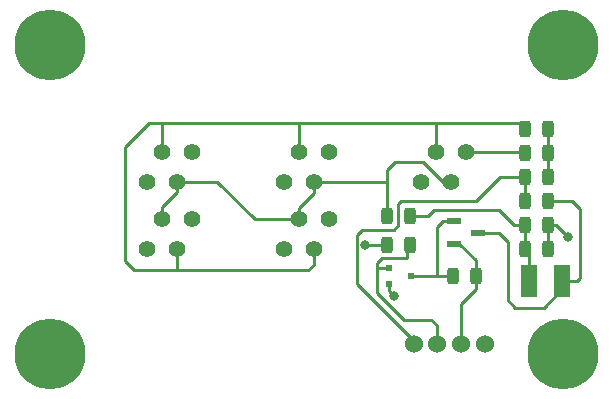
<source format=gtl>
G04 #@! TF.GenerationSoftware,KiCad,Pcbnew,6.0.5-a6ca702e91~116~ubuntu20.04.1*
G04 #@! TF.CreationDate,2022-05-16T19:37:38+02:00*
G04 #@! TF.ProjectId,1w-grove-v0.1,31772d67-726f-4766-952d-76302e312e6b,rev?*
G04 #@! TF.SameCoordinates,Original*
G04 #@! TF.FileFunction,Copper,L1,Top*
G04 #@! TF.FilePolarity,Positive*
%FSLAX46Y46*%
G04 Gerber Fmt 4.6, Leading zero omitted, Abs format (unit mm)*
G04 Created by KiCad (PCBNEW 6.0.5-a6ca702e91~116~ubuntu20.04.1) date 2022-05-16 19:37:38*
%MOMM*%
%LPD*%
G01*
G04 APERTURE LIST*
G04 Aperture macros list*
%AMRoundRect*
0 Rectangle with rounded corners*
0 $1 Rounding radius*
0 $2 $3 $4 $5 $6 $7 $8 $9 X,Y pos of 4 corners*
0 Add a 4 corners polygon primitive as box body*
4,1,4,$2,$3,$4,$5,$6,$7,$8,$9,$2,$3,0*
0 Add four circle primitives for the rounded corners*
1,1,$1+$1,$2,$3*
1,1,$1+$1,$4,$5*
1,1,$1+$1,$6,$7*
1,1,$1+$1,$8,$9*
0 Add four rect primitives between the rounded corners*
20,1,$1+$1,$2,$3,$4,$5,0*
20,1,$1+$1,$4,$5,$6,$7,0*
20,1,$1+$1,$6,$7,$8,$9,0*
20,1,$1+$1,$8,$9,$2,$3,0*%
G04 Aperture macros list end*
G04 #@! TA.AperFunction,ComponentPad*
%ADD10C,6.000000*%
G04 #@! TD*
G04 #@! TA.AperFunction,SMDPad,CuDef*
%ADD11RoundRect,0.243750X0.243750X0.456250X-0.243750X0.456250X-0.243750X-0.456250X0.243750X-0.456250X0*%
G04 #@! TD*
G04 #@! TA.AperFunction,SMDPad,CuDef*
%ADD12RoundRect,0.243750X-0.243750X-0.456250X0.243750X-0.456250X0.243750X0.456250X-0.243750X0.456250X0*%
G04 #@! TD*
G04 #@! TA.AperFunction,SMDPad,CuDef*
%ADD13R,0.550000X0.600000*%
G04 #@! TD*
G04 #@! TA.AperFunction,SMDPad,CuDef*
%ADD14R,1.300000X0.600000*%
G04 #@! TD*
G04 #@! TA.AperFunction,ComponentPad*
%ADD15C,1.397000*%
G04 #@! TD*
G04 #@! TA.AperFunction,SMDPad,CuDef*
%ADD16R,1.370000X2.720000*%
G04 #@! TD*
G04 #@! TA.AperFunction,ComponentPad*
%ADD17C,1.524000*%
G04 #@! TD*
G04 #@! TA.AperFunction,ViaPad*
%ADD18C,0.800000*%
G04 #@! TD*
G04 #@! TA.AperFunction,Conductor*
%ADD19C,0.250000*%
G04 #@! TD*
G04 APERTURE END LIST*
D10*
X53300000Y-53300000D03*
X53300000Y-79502000D03*
X96700000Y-53300000D03*
X96700000Y-79500000D03*
D11*
X95425500Y-62484000D03*
X93550500Y-62484000D03*
D12*
X93550500Y-68580000D03*
X95425500Y-68580000D03*
D13*
X82006000Y-72248000D03*
X82006000Y-73548000D03*
X83856000Y-72898000D03*
D14*
X87469000Y-68265000D03*
X87469000Y-70165000D03*
X89569000Y-69215000D03*
D12*
X81866500Y-70231000D03*
X83741500Y-70231000D03*
X87454500Y-72898000D03*
X89329500Y-72898000D03*
X93550500Y-66548000D03*
X95425500Y-66548000D03*
X93550500Y-64516000D03*
X95425500Y-64516000D03*
D11*
X95425500Y-60452000D03*
X93550500Y-60452000D03*
X83741500Y-67818000D03*
X81866500Y-67818000D03*
D15*
X76905000Y-62357000D03*
X75635000Y-64897000D03*
X74365000Y-62357000D03*
X73095000Y-64897000D03*
X88505000Y-62357000D03*
X87235000Y-64897000D03*
X85965000Y-62357000D03*
X84695000Y-64897000D03*
X61495000Y-70613000D03*
X62765000Y-68073000D03*
X64035000Y-70613000D03*
X65305000Y-68073000D03*
D16*
X93829000Y-73279000D03*
X96671000Y-73279000D03*
D15*
X65305000Y-62357000D03*
X64035000Y-64897000D03*
X62765000Y-62357000D03*
X61495000Y-64897000D03*
D17*
X84097000Y-78619000D03*
X86097000Y-78619000D03*
X88097000Y-78619000D03*
X90097000Y-78619000D03*
D11*
X95425500Y-70612000D03*
X93550500Y-70612000D03*
D15*
X73095000Y-70613000D03*
X74365000Y-68073000D03*
X75635000Y-70613000D03*
X76905000Y-68073000D03*
D18*
X80010000Y-70231000D03*
X82423000Y-74549000D03*
X97155000Y-69596000D03*
D19*
X86548000Y-68265000D02*
X86106000Y-68707000D01*
X83856000Y-72898000D02*
X86106000Y-72898000D01*
X86106000Y-68707000D02*
X86106000Y-72898000D01*
X87469000Y-68265000D02*
X86548000Y-68265000D01*
X86106000Y-72898000D02*
X87454500Y-72898000D01*
X95425500Y-64516000D02*
X95425500Y-60452000D01*
X85852000Y-67310000D02*
X91313000Y-67310000D01*
X93550500Y-70612000D02*
X93829000Y-70890500D01*
X92583000Y-68580000D02*
X93550500Y-68580000D01*
X83741500Y-67818000D02*
X85344000Y-67818000D01*
X93829000Y-70890500D02*
X93829000Y-73279000D01*
X91313000Y-67310000D02*
X92583000Y-68580000D01*
X93550500Y-68580000D02*
X93550500Y-70612000D01*
X85344000Y-67818000D02*
X85852000Y-67310000D01*
X96671000Y-73279000D02*
X97917000Y-73279000D01*
X97536000Y-66548000D02*
X95425500Y-66548000D01*
X92075000Y-69977000D02*
X92075000Y-74930000D01*
X95123000Y-75565000D02*
X96671000Y-74017000D01*
X97917000Y-73279000D02*
X98171000Y-73025000D01*
X89569000Y-69215000D02*
X91313000Y-69215000D01*
X91313000Y-69215000D02*
X92075000Y-69977000D01*
X98171000Y-73025000D02*
X98171000Y-67183000D01*
X92075000Y-74930000D02*
X92710000Y-75565000D01*
X98171000Y-67183000D02*
X97536000Y-66548000D01*
X96671000Y-74017000D02*
X96671000Y-73279000D01*
X92710000Y-75565000D02*
X95123000Y-75565000D01*
X82550000Y-63246000D02*
X81866500Y-63929500D01*
X62765000Y-68073000D02*
X62765000Y-67029000D01*
X67437000Y-64897000D02*
X70613000Y-68073000D01*
X87235000Y-64897000D02*
X86550500Y-64897000D01*
X62765000Y-67029000D02*
X64035000Y-65759000D01*
X81866500Y-63929500D02*
X81866500Y-67818000D01*
X75635000Y-65843000D02*
X75635000Y-64897000D01*
X84899500Y-63246000D02*
X82550000Y-63246000D01*
X74365000Y-67113000D02*
X75635000Y-65843000D01*
X75635000Y-64897000D02*
X81788000Y-64897000D01*
X64035000Y-65759000D02*
X64035000Y-64897000D01*
X64035000Y-64897000D02*
X67437000Y-64897000D01*
X70613000Y-68073000D02*
X74365000Y-68073000D01*
X74365000Y-68073000D02*
X74365000Y-67113000D01*
X86550500Y-64897000D02*
X84899500Y-63246000D01*
X93042500Y-59944000D02*
X93550500Y-60452000D01*
X85344000Y-59944000D02*
X86106000Y-59944000D01*
X75635000Y-71939000D02*
X75635000Y-70613000D01*
X62765000Y-59971000D02*
X62738000Y-59944000D01*
X74365000Y-60001000D02*
X74422000Y-59944000D01*
X74365000Y-62357000D02*
X74365000Y-60001000D01*
X59690000Y-71628000D02*
X59690000Y-61976000D01*
X62765000Y-62357000D02*
X62765000Y-59971000D01*
X74422000Y-59944000D02*
X85344000Y-59944000D01*
X59690000Y-61976000D02*
X61722000Y-59944000D01*
X75184000Y-72390000D02*
X75635000Y-71939000D01*
X63500000Y-72390000D02*
X64008000Y-72390000D01*
X64035000Y-72363000D02*
X64008000Y-72390000D01*
X64035000Y-70613000D02*
X64035000Y-72363000D01*
X60452000Y-72390000D02*
X59690000Y-71628000D01*
X86106000Y-59944000D02*
X93042500Y-59944000D01*
X61722000Y-59944000D02*
X62738000Y-59944000D01*
X62738000Y-59944000D02*
X74422000Y-59944000D01*
X85965000Y-60085000D02*
X86106000Y-59944000D01*
X63500000Y-72390000D02*
X60452000Y-72390000D01*
X64008000Y-72390000D02*
X75184000Y-72390000D01*
X85965000Y-62357000D02*
X85965000Y-60085000D01*
X95425500Y-70612000D02*
X95425500Y-68580000D01*
X82006000Y-74132000D02*
X82423000Y-74549000D01*
X95425500Y-68580000D02*
X96139000Y-68580000D01*
X93550500Y-62484000D02*
X93423500Y-62357000D01*
X82006000Y-73548000D02*
X82006000Y-74132000D01*
X93423500Y-62357000D02*
X88505000Y-62357000D01*
X96139000Y-68580000D02*
X97155000Y-69596000D01*
X81866500Y-70231000D02*
X80010000Y-70231000D01*
X82804000Y-68580000D02*
X82804000Y-66802000D01*
X89408000Y-66548000D02*
X91440000Y-64516000D01*
X83058000Y-66548000D02*
X89408000Y-66548000D01*
X79756000Y-68961000D02*
X82423000Y-68961000D01*
X93550500Y-66548000D02*
X93550500Y-64516000D01*
X82423000Y-68961000D02*
X82804000Y-68580000D01*
X79285489Y-69431511D02*
X79756000Y-68961000D01*
X84097000Y-78382000D02*
X79285489Y-73570489D01*
X82804000Y-66802000D02*
X83058000Y-66548000D01*
X84097000Y-78619000D02*
X84097000Y-78382000D01*
X91440000Y-64516000D02*
X93550500Y-64516000D01*
X79285489Y-73570489D02*
X79285489Y-69431511D01*
X81026000Y-71755000D02*
X81407000Y-71374000D01*
X85598000Y-76581000D02*
X83312000Y-76581000D01*
X81026000Y-74295000D02*
X81026000Y-72263000D01*
X81041000Y-72248000D02*
X81026000Y-72263000D01*
X82006000Y-72248000D02*
X81041000Y-72248000D01*
X81026000Y-72263000D02*
X81026000Y-71755000D01*
X86097000Y-77080000D02*
X85598000Y-76581000D01*
X83312000Y-76581000D02*
X81026000Y-74295000D01*
X83566000Y-70406500D02*
X83741500Y-70231000D01*
X83566000Y-71374000D02*
X83566000Y-70406500D01*
X81407000Y-71374000D02*
X83566000Y-71374000D01*
X86097000Y-78619000D02*
X86097000Y-77080000D01*
X89329500Y-72898000D02*
X89329500Y-73992500D01*
X89329500Y-71549500D02*
X89329500Y-72898000D01*
X87469000Y-70165000D02*
X87945000Y-70165000D01*
X89329500Y-73992500D02*
X88097000Y-75225000D01*
X88097000Y-75225000D02*
X88097000Y-78619000D01*
X87945000Y-70165000D02*
X89329500Y-71549500D01*
M02*

</source>
